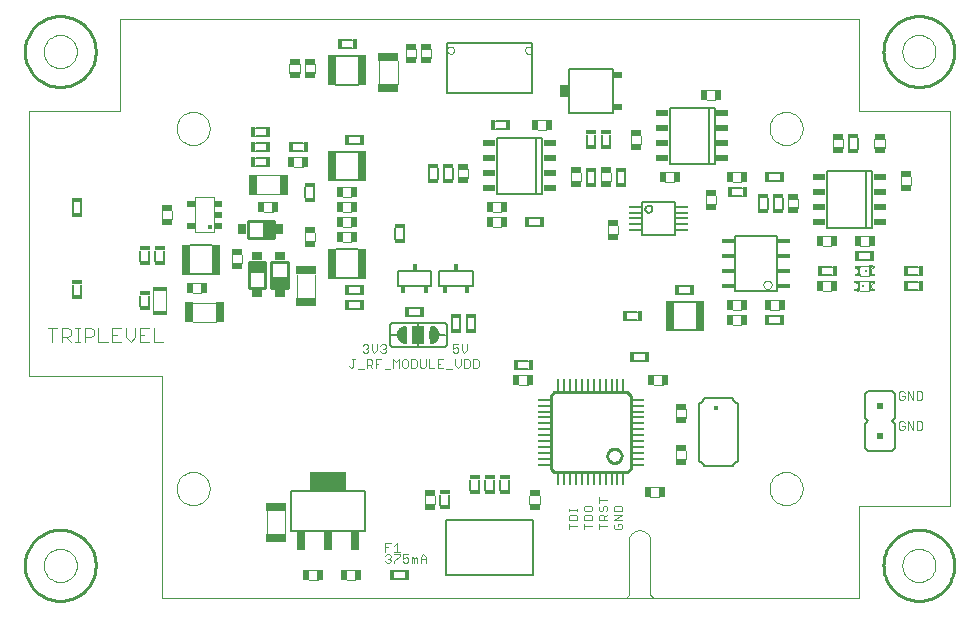
<source format=gto>
G75*
G70*
%OFA0B0*%
%FSLAX24Y24*%
%IPPOS*%
%LPD*%
%AMOC8*
5,1,8,0,0,1.08239X$1,22.5*
%
%ADD10C,0.0000*%
%ADD11C,0.0040*%
%ADD12C,0.0100*%
%ADD13R,0.0413X0.0079*%
%ADD14R,0.0079X0.0413*%
%ADD15R,0.0374X0.0197*%
%ADD16C,0.0060*%
%ADD17R,0.0160X0.0340*%
%ADD18R,0.0340X0.0160*%
%ADD19R,0.0197X0.0374*%
%ADD20C,0.0020*%
%ADD21R,0.0059X0.0079*%
%ADD22R,0.0020X0.0020*%
%ADD23R,0.0148X0.0020*%
%ADD24R,0.0118X0.0079*%
%ADD25R,0.0089X0.0354*%
%ADD26R,0.0197X0.0079*%
%ADD27R,0.0089X0.0217*%
%ADD28R,0.0039X0.0039*%
%ADD29R,0.0098X0.0098*%
%ADD30R,0.1200X0.0600*%
%ADD31R,0.0300X0.0600*%
%ADD32R,0.0669X0.0295*%
%ADD33R,0.0295X0.0669*%
%ADD34C,0.0080*%
%ADD35C,0.0143*%
%ADD36R,0.0472X0.0118*%
%ADD37C,0.0050*%
%ADD38C,0.0168*%
%ADD39R,0.0266X0.0197*%
%ADD40R,0.0295X0.0335*%
%ADD41R,0.0354X0.0531*%
%ADD42R,0.0335X0.0295*%
%ADD43R,0.0531X0.0354*%
%ADD44R,0.0295X0.1024*%
%ADD45R,0.0180X0.0230*%
%ADD46R,0.0400X0.0140*%
%ADD47R,0.0433X0.0193*%
%ADD48R,0.0394X0.0098*%
%ADD49R,0.0400X0.0600*%
%ADD50R,0.0240X0.0240*%
%ADD51R,0.0285X0.0217*%
%ADD52R,0.0276X0.0394*%
D10*
X000780Y001331D02*
X000782Y001378D01*
X000788Y001424D01*
X000798Y001470D01*
X000811Y001515D01*
X000829Y001558D01*
X000850Y001600D01*
X000874Y001640D01*
X000902Y001677D01*
X000933Y001712D01*
X000967Y001745D01*
X001003Y001774D01*
X001042Y001800D01*
X001083Y001823D01*
X001126Y001842D01*
X001170Y001858D01*
X001215Y001870D01*
X001261Y001878D01*
X001308Y001882D01*
X001354Y001882D01*
X001401Y001878D01*
X001447Y001870D01*
X001492Y001858D01*
X001536Y001842D01*
X001579Y001823D01*
X001620Y001800D01*
X001659Y001774D01*
X001695Y001745D01*
X001729Y001712D01*
X001760Y001677D01*
X001788Y001640D01*
X001812Y001600D01*
X001833Y001558D01*
X001851Y001515D01*
X001864Y001470D01*
X001874Y001424D01*
X001880Y001378D01*
X001882Y001331D01*
X001880Y001284D01*
X001874Y001238D01*
X001864Y001192D01*
X001851Y001147D01*
X001833Y001104D01*
X001812Y001062D01*
X001788Y001022D01*
X001760Y000985D01*
X001729Y000950D01*
X001695Y000917D01*
X001659Y000888D01*
X001620Y000862D01*
X001579Y000839D01*
X001536Y000820D01*
X001492Y000804D01*
X001447Y000792D01*
X001401Y000784D01*
X001354Y000780D01*
X001308Y000780D01*
X001261Y000784D01*
X001215Y000792D01*
X001170Y000804D01*
X001126Y000820D01*
X001083Y000839D01*
X001042Y000862D01*
X001003Y000888D01*
X000967Y000917D01*
X000933Y000950D01*
X000902Y000985D01*
X000874Y001022D01*
X000850Y001062D01*
X000829Y001104D01*
X000811Y001147D01*
X000798Y001192D01*
X000788Y001238D01*
X000782Y001284D01*
X000780Y001331D01*
X004717Y000248D02*
X004717Y007630D01*
X000288Y007630D01*
X000288Y016489D01*
X003339Y016489D01*
X003339Y019540D01*
X027945Y019540D01*
X027945Y016489D01*
X030996Y016489D01*
X030996Y003300D01*
X027945Y003300D01*
X027945Y000248D01*
X004717Y000248D01*
X005209Y003890D02*
X005211Y003937D01*
X005217Y003983D01*
X005227Y004029D01*
X005240Y004074D01*
X005258Y004117D01*
X005279Y004159D01*
X005303Y004199D01*
X005331Y004236D01*
X005362Y004271D01*
X005396Y004304D01*
X005432Y004333D01*
X005471Y004359D01*
X005512Y004382D01*
X005555Y004401D01*
X005599Y004417D01*
X005644Y004429D01*
X005690Y004437D01*
X005737Y004441D01*
X005783Y004441D01*
X005830Y004437D01*
X005876Y004429D01*
X005921Y004417D01*
X005965Y004401D01*
X006008Y004382D01*
X006049Y004359D01*
X006088Y004333D01*
X006124Y004304D01*
X006158Y004271D01*
X006189Y004236D01*
X006217Y004199D01*
X006241Y004159D01*
X006262Y004117D01*
X006280Y004074D01*
X006293Y004029D01*
X006303Y003983D01*
X006309Y003937D01*
X006311Y003890D01*
X006309Y003843D01*
X006303Y003797D01*
X006293Y003751D01*
X006280Y003706D01*
X006262Y003663D01*
X006241Y003621D01*
X006217Y003581D01*
X006189Y003544D01*
X006158Y003509D01*
X006124Y003476D01*
X006088Y003447D01*
X006049Y003421D01*
X006008Y003398D01*
X005965Y003379D01*
X005921Y003363D01*
X005876Y003351D01*
X005830Y003343D01*
X005783Y003339D01*
X005737Y003339D01*
X005690Y003343D01*
X005644Y003351D01*
X005599Y003363D01*
X005555Y003379D01*
X005512Y003398D01*
X005471Y003421D01*
X005432Y003447D01*
X005396Y003476D01*
X005362Y003509D01*
X005331Y003544D01*
X005303Y003581D01*
X005279Y003621D01*
X005258Y003663D01*
X005240Y003706D01*
X005227Y003751D01*
X005217Y003797D01*
X005211Y003843D01*
X005209Y003890D01*
X020275Y002135D02*
X020275Y000360D01*
X020242Y000310D01*
X020192Y000248D01*
X021092Y000248D01*
X021042Y000310D01*
X021005Y000360D01*
X021005Y002135D01*
X021003Y002172D01*
X020998Y002208D01*
X020988Y002244D01*
X020975Y002279D01*
X020959Y002312D01*
X020940Y002344D01*
X020917Y002373D01*
X020891Y002400D01*
X020863Y002424D01*
X020833Y002445D01*
X020801Y002463D01*
X020767Y002477D01*
X020731Y002488D01*
X020695Y002496D01*
X020658Y002500D01*
X020622Y002500D01*
X020585Y002496D01*
X020549Y002488D01*
X020513Y002477D01*
X020479Y002463D01*
X020447Y002445D01*
X020417Y002424D01*
X020389Y002400D01*
X020363Y002373D01*
X020340Y002344D01*
X020321Y002312D01*
X020305Y002279D01*
X020292Y002244D01*
X020282Y002208D01*
X020277Y002172D01*
X020275Y002135D01*
X024973Y003890D02*
X024975Y003937D01*
X024981Y003983D01*
X024991Y004029D01*
X025004Y004074D01*
X025022Y004117D01*
X025043Y004159D01*
X025067Y004199D01*
X025095Y004236D01*
X025126Y004271D01*
X025160Y004304D01*
X025196Y004333D01*
X025235Y004359D01*
X025276Y004382D01*
X025319Y004401D01*
X025363Y004417D01*
X025408Y004429D01*
X025454Y004437D01*
X025501Y004441D01*
X025547Y004441D01*
X025594Y004437D01*
X025640Y004429D01*
X025685Y004417D01*
X025729Y004401D01*
X025772Y004382D01*
X025813Y004359D01*
X025852Y004333D01*
X025888Y004304D01*
X025922Y004271D01*
X025953Y004236D01*
X025981Y004199D01*
X026005Y004159D01*
X026026Y004117D01*
X026044Y004074D01*
X026057Y004029D01*
X026067Y003983D01*
X026073Y003937D01*
X026075Y003890D01*
X026073Y003843D01*
X026067Y003797D01*
X026057Y003751D01*
X026044Y003706D01*
X026026Y003663D01*
X026005Y003621D01*
X025981Y003581D01*
X025953Y003544D01*
X025922Y003509D01*
X025888Y003476D01*
X025852Y003447D01*
X025813Y003421D01*
X025772Y003398D01*
X025729Y003379D01*
X025685Y003363D01*
X025640Y003351D01*
X025594Y003343D01*
X025547Y003339D01*
X025501Y003339D01*
X025454Y003343D01*
X025408Y003351D01*
X025363Y003363D01*
X025319Y003379D01*
X025276Y003398D01*
X025235Y003421D01*
X025196Y003447D01*
X025160Y003476D01*
X025126Y003509D01*
X025095Y003544D01*
X025067Y003581D01*
X025043Y003621D01*
X025022Y003663D01*
X025004Y003706D01*
X024991Y003751D01*
X024981Y003797D01*
X024975Y003843D01*
X024973Y003890D01*
X029402Y001331D02*
X029404Y001378D01*
X029410Y001424D01*
X029420Y001470D01*
X029433Y001515D01*
X029451Y001558D01*
X029472Y001600D01*
X029496Y001640D01*
X029524Y001677D01*
X029555Y001712D01*
X029589Y001745D01*
X029625Y001774D01*
X029664Y001800D01*
X029705Y001823D01*
X029748Y001842D01*
X029792Y001858D01*
X029837Y001870D01*
X029883Y001878D01*
X029930Y001882D01*
X029976Y001882D01*
X030023Y001878D01*
X030069Y001870D01*
X030114Y001858D01*
X030158Y001842D01*
X030201Y001823D01*
X030242Y001800D01*
X030281Y001774D01*
X030317Y001745D01*
X030351Y001712D01*
X030382Y001677D01*
X030410Y001640D01*
X030434Y001600D01*
X030455Y001558D01*
X030473Y001515D01*
X030486Y001470D01*
X030496Y001424D01*
X030502Y001378D01*
X030504Y001331D01*
X030502Y001284D01*
X030496Y001238D01*
X030486Y001192D01*
X030473Y001147D01*
X030455Y001104D01*
X030434Y001062D01*
X030410Y001022D01*
X030382Y000985D01*
X030351Y000950D01*
X030317Y000917D01*
X030281Y000888D01*
X030242Y000862D01*
X030201Y000839D01*
X030158Y000820D01*
X030114Y000804D01*
X030069Y000792D01*
X030023Y000784D01*
X029976Y000780D01*
X029930Y000780D01*
X029883Y000784D01*
X029837Y000792D01*
X029792Y000804D01*
X029748Y000820D01*
X029705Y000839D01*
X029664Y000862D01*
X029625Y000888D01*
X029589Y000917D01*
X029555Y000950D01*
X029524Y000985D01*
X029496Y001022D01*
X029472Y001062D01*
X029451Y001104D01*
X029433Y001147D01*
X029420Y001192D01*
X029410Y001238D01*
X029404Y001284D01*
X029402Y001331D01*
X024973Y015898D02*
X024975Y015945D01*
X024981Y015991D01*
X024991Y016037D01*
X025004Y016082D01*
X025022Y016125D01*
X025043Y016167D01*
X025067Y016207D01*
X025095Y016244D01*
X025126Y016279D01*
X025160Y016312D01*
X025196Y016341D01*
X025235Y016367D01*
X025276Y016390D01*
X025319Y016409D01*
X025363Y016425D01*
X025408Y016437D01*
X025454Y016445D01*
X025501Y016449D01*
X025547Y016449D01*
X025594Y016445D01*
X025640Y016437D01*
X025685Y016425D01*
X025729Y016409D01*
X025772Y016390D01*
X025813Y016367D01*
X025852Y016341D01*
X025888Y016312D01*
X025922Y016279D01*
X025953Y016244D01*
X025981Y016207D01*
X026005Y016167D01*
X026026Y016125D01*
X026044Y016082D01*
X026057Y016037D01*
X026067Y015991D01*
X026073Y015945D01*
X026075Y015898D01*
X026073Y015851D01*
X026067Y015805D01*
X026057Y015759D01*
X026044Y015714D01*
X026026Y015671D01*
X026005Y015629D01*
X025981Y015589D01*
X025953Y015552D01*
X025922Y015517D01*
X025888Y015484D01*
X025852Y015455D01*
X025813Y015429D01*
X025772Y015406D01*
X025729Y015387D01*
X025685Y015371D01*
X025640Y015359D01*
X025594Y015351D01*
X025547Y015347D01*
X025501Y015347D01*
X025454Y015351D01*
X025408Y015359D01*
X025363Y015371D01*
X025319Y015387D01*
X025276Y015406D01*
X025235Y015429D01*
X025196Y015455D01*
X025160Y015484D01*
X025126Y015517D01*
X025095Y015552D01*
X025067Y015589D01*
X025043Y015629D01*
X025022Y015671D01*
X025004Y015714D01*
X024991Y015759D01*
X024981Y015805D01*
X024975Y015851D01*
X024973Y015898D01*
X029402Y018457D02*
X029404Y018504D01*
X029410Y018550D01*
X029420Y018596D01*
X029433Y018641D01*
X029451Y018684D01*
X029472Y018726D01*
X029496Y018766D01*
X029524Y018803D01*
X029555Y018838D01*
X029589Y018871D01*
X029625Y018900D01*
X029664Y018926D01*
X029705Y018949D01*
X029748Y018968D01*
X029792Y018984D01*
X029837Y018996D01*
X029883Y019004D01*
X029930Y019008D01*
X029976Y019008D01*
X030023Y019004D01*
X030069Y018996D01*
X030114Y018984D01*
X030158Y018968D01*
X030201Y018949D01*
X030242Y018926D01*
X030281Y018900D01*
X030317Y018871D01*
X030351Y018838D01*
X030382Y018803D01*
X030410Y018766D01*
X030434Y018726D01*
X030455Y018684D01*
X030473Y018641D01*
X030486Y018596D01*
X030496Y018550D01*
X030502Y018504D01*
X030504Y018457D01*
X030502Y018410D01*
X030496Y018364D01*
X030486Y018318D01*
X030473Y018273D01*
X030455Y018230D01*
X030434Y018188D01*
X030410Y018148D01*
X030382Y018111D01*
X030351Y018076D01*
X030317Y018043D01*
X030281Y018014D01*
X030242Y017988D01*
X030201Y017965D01*
X030158Y017946D01*
X030114Y017930D01*
X030069Y017918D01*
X030023Y017910D01*
X029976Y017906D01*
X029930Y017906D01*
X029883Y017910D01*
X029837Y017918D01*
X029792Y017930D01*
X029748Y017946D01*
X029705Y017965D01*
X029664Y017988D01*
X029625Y018014D01*
X029589Y018043D01*
X029555Y018076D01*
X029524Y018111D01*
X029496Y018148D01*
X029472Y018188D01*
X029451Y018230D01*
X029433Y018273D01*
X029420Y018318D01*
X029410Y018364D01*
X029404Y018410D01*
X029402Y018457D01*
X016823Y018502D02*
X016825Y018523D01*
X016831Y018543D01*
X016840Y018563D01*
X016852Y018580D01*
X016867Y018594D01*
X016885Y018606D01*
X016905Y018614D01*
X016925Y018619D01*
X016946Y018620D01*
X016967Y018617D01*
X016987Y018611D01*
X017006Y018600D01*
X017023Y018587D01*
X017036Y018571D01*
X017047Y018553D01*
X017055Y018533D01*
X017059Y018513D01*
X017059Y018491D01*
X017055Y018471D01*
X017047Y018451D01*
X017036Y018433D01*
X017023Y018417D01*
X017006Y018404D01*
X016987Y018393D01*
X016967Y018387D01*
X016946Y018384D01*
X016925Y018385D01*
X016905Y018390D01*
X016885Y018398D01*
X016867Y018410D01*
X016852Y018424D01*
X016840Y018441D01*
X016831Y018461D01*
X016825Y018481D01*
X016823Y018502D01*
X014225Y018502D02*
X014227Y018523D01*
X014233Y018543D01*
X014242Y018563D01*
X014254Y018580D01*
X014269Y018594D01*
X014287Y018606D01*
X014307Y018614D01*
X014327Y018619D01*
X014348Y018620D01*
X014369Y018617D01*
X014389Y018611D01*
X014408Y018600D01*
X014425Y018587D01*
X014438Y018571D01*
X014449Y018553D01*
X014457Y018533D01*
X014461Y018513D01*
X014461Y018491D01*
X014457Y018471D01*
X014449Y018451D01*
X014438Y018433D01*
X014425Y018417D01*
X014408Y018404D01*
X014389Y018393D01*
X014369Y018387D01*
X014348Y018384D01*
X014327Y018385D01*
X014307Y018390D01*
X014287Y018398D01*
X014269Y018410D01*
X014254Y018424D01*
X014242Y018441D01*
X014233Y018461D01*
X014227Y018481D01*
X014225Y018502D01*
X005209Y015898D02*
X005211Y015945D01*
X005217Y015991D01*
X005227Y016037D01*
X005240Y016082D01*
X005258Y016125D01*
X005279Y016167D01*
X005303Y016207D01*
X005331Y016244D01*
X005362Y016279D01*
X005396Y016312D01*
X005432Y016341D01*
X005471Y016367D01*
X005512Y016390D01*
X005555Y016409D01*
X005599Y016425D01*
X005644Y016437D01*
X005690Y016445D01*
X005737Y016449D01*
X005783Y016449D01*
X005830Y016445D01*
X005876Y016437D01*
X005921Y016425D01*
X005965Y016409D01*
X006008Y016390D01*
X006049Y016367D01*
X006088Y016341D01*
X006124Y016312D01*
X006158Y016279D01*
X006189Y016244D01*
X006217Y016207D01*
X006241Y016167D01*
X006262Y016125D01*
X006280Y016082D01*
X006293Y016037D01*
X006303Y015991D01*
X006309Y015945D01*
X006311Y015898D01*
X006309Y015851D01*
X006303Y015805D01*
X006293Y015759D01*
X006280Y015714D01*
X006262Y015671D01*
X006241Y015629D01*
X006217Y015589D01*
X006189Y015552D01*
X006158Y015517D01*
X006124Y015484D01*
X006088Y015455D01*
X006049Y015429D01*
X006008Y015406D01*
X005965Y015387D01*
X005921Y015371D01*
X005876Y015359D01*
X005830Y015351D01*
X005783Y015347D01*
X005737Y015347D01*
X005690Y015351D01*
X005644Y015359D01*
X005599Y015371D01*
X005555Y015387D01*
X005512Y015406D01*
X005471Y015429D01*
X005432Y015455D01*
X005396Y015484D01*
X005362Y015517D01*
X005331Y015552D01*
X005303Y015589D01*
X005279Y015629D01*
X005258Y015671D01*
X005240Y015714D01*
X005227Y015759D01*
X005217Y015805D01*
X005211Y015851D01*
X005209Y015898D01*
X000780Y018457D02*
X000782Y018504D01*
X000788Y018550D01*
X000798Y018596D01*
X000811Y018641D01*
X000829Y018684D01*
X000850Y018726D01*
X000874Y018766D01*
X000902Y018803D01*
X000933Y018838D01*
X000967Y018871D01*
X001003Y018900D01*
X001042Y018926D01*
X001083Y018949D01*
X001126Y018968D01*
X001170Y018984D01*
X001215Y018996D01*
X001261Y019004D01*
X001308Y019008D01*
X001354Y019008D01*
X001401Y019004D01*
X001447Y018996D01*
X001492Y018984D01*
X001536Y018968D01*
X001579Y018949D01*
X001620Y018926D01*
X001659Y018900D01*
X001695Y018871D01*
X001729Y018838D01*
X001760Y018803D01*
X001788Y018766D01*
X001812Y018726D01*
X001833Y018684D01*
X001851Y018641D01*
X001864Y018596D01*
X001874Y018550D01*
X001880Y018504D01*
X001882Y018457D01*
X001880Y018410D01*
X001874Y018364D01*
X001864Y018318D01*
X001851Y018273D01*
X001833Y018230D01*
X001812Y018188D01*
X001788Y018148D01*
X001760Y018111D01*
X001729Y018076D01*
X001695Y018043D01*
X001659Y018014D01*
X001620Y017988D01*
X001579Y017965D01*
X001536Y017946D01*
X001492Y017930D01*
X001447Y017918D01*
X001401Y017910D01*
X001354Y017906D01*
X001308Y017906D01*
X001261Y017910D01*
X001215Y017918D01*
X001170Y017930D01*
X001126Y017946D01*
X001083Y017965D01*
X001042Y017988D01*
X001003Y018014D01*
X000967Y018043D01*
X000933Y018076D01*
X000902Y018111D01*
X000874Y018148D01*
X000850Y018188D01*
X000829Y018230D01*
X000811Y018273D01*
X000798Y018318D01*
X000788Y018364D01*
X000782Y018410D01*
X000780Y018457D01*
D11*
X007887Y014329D02*
X008647Y014329D01*
X009127Y014599D02*
X009407Y014599D01*
X009407Y014934D02*
X009127Y014934D01*
X010752Y013934D02*
X011032Y013934D01*
X011032Y013599D02*
X010752Y013599D01*
X010752Y013434D02*
X011032Y013434D01*
X011032Y013099D02*
X010752Y013099D01*
X010752Y012934D02*
X011032Y012934D01*
X011032Y012599D02*
X010752Y012599D01*
X010752Y012434D02*
X011032Y012434D01*
X011032Y012099D02*
X010752Y012099D01*
X009812Y012129D02*
X009812Y012409D01*
X009477Y012409D02*
X009477Y012129D01*
X008407Y013099D02*
X008127Y013099D01*
X008127Y013434D02*
X008407Y013434D01*
X008647Y013709D02*
X007887Y013709D01*
X006457Y013610D02*
X006457Y012429D01*
X005827Y012429D01*
X005827Y013610D01*
X006457Y013610D01*
X005057Y013159D02*
X005057Y012879D01*
X004722Y012879D02*
X004722Y013159D01*
X007053Y011682D02*
X007053Y011401D01*
X007388Y011401D02*
X007388Y011682D01*
X006032Y010750D02*
X005752Y010750D01*
X005752Y010415D02*
X006032Y010415D01*
X005762Y010079D02*
X006522Y010079D01*
X006522Y009459D02*
X005762Y009459D01*
X004860Y009804D02*
X004860Y010484D01*
X004430Y010484D02*
X004430Y009804D01*
X004442Y009249D02*
X004442Y008789D01*
X004749Y008789D01*
X004288Y008789D02*
X003981Y008789D01*
X003981Y009249D01*
X004288Y009249D01*
X004135Y009019D02*
X003981Y009019D01*
X003828Y008943D02*
X003828Y009249D01*
X003828Y008943D02*
X003674Y008789D01*
X003521Y008943D01*
X003521Y009249D01*
X003368Y009249D02*
X003061Y009249D01*
X003061Y008789D01*
X003368Y008789D01*
X003214Y009019D02*
X003061Y009019D01*
X002907Y008789D02*
X002600Y008789D01*
X002600Y009249D01*
X002447Y009173D02*
X002447Y009019D01*
X002370Y008943D01*
X002140Y008943D01*
X002140Y008789D02*
X002140Y009249D01*
X002370Y009249D01*
X002447Y009173D01*
X001986Y009249D02*
X001833Y009249D01*
X001910Y009249D02*
X001910Y008789D01*
X001986Y008789D02*
X001833Y008789D01*
X001679Y008789D02*
X001526Y008943D01*
X001603Y008943D02*
X001373Y008943D01*
X001373Y008789D02*
X001373Y009249D01*
X001603Y009249D01*
X001679Y009173D01*
X001679Y009019D01*
X001603Y008943D01*
X001219Y009249D02*
X000912Y009249D01*
X001066Y009249D02*
X001066Y008789D01*
X009207Y010264D02*
X009207Y011024D01*
X009827Y011024D02*
X009827Y010264D01*
X011412Y008648D02*
X011459Y008694D01*
X011552Y008694D01*
X011599Y008648D01*
X011599Y008601D01*
X011552Y008554D01*
X011599Y008508D01*
X011599Y008461D01*
X011552Y008414D01*
X011459Y008414D01*
X011412Y008461D01*
X011506Y008554D02*
X011552Y008554D01*
X011707Y008508D02*
X011800Y008414D01*
X011894Y008508D01*
X011894Y008694D01*
X012001Y008648D02*
X012048Y008694D01*
X012142Y008694D01*
X012188Y008648D01*
X012188Y008601D01*
X012142Y008554D01*
X012188Y008508D01*
X012188Y008461D01*
X012142Y008414D01*
X012048Y008414D01*
X012001Y008461D01*
X012095Y008554D02*
X012142Y008554D01*
X011707Y008508D02*
X011707Y008694D01*
X011692Y008194D02*
X011551Y008194D01*
X011551Y007914D01*
X011551Y008008D02*
X011692Y008008D01*
X011738Y008054D01*
X011738Y008148D01*
X011692Y008194D01*
X011846Y008194D02*
X012033Y008194D01*
X011939Y008054D02*
X011846Y008054D01*
X011846Y007914D02*
X011846Y008194D01*
X011645Y008008D02*
X011738Y007914D01*
X011444Y007867D02*
X011257Y007867D01*
X011102Y007961D02*
X011056Y007914D01*
X011009Y007914D01*
X010962Y007961D01*
X011102Y007961D02*
X011102Y008194D01*
X011056Y008194D02*
X011149Y008194D01*
X012141Y007867D02*
X012328Y007867D01*
X012435Y007914D02*
X012435Y008194D01*
X012529Y008101D01*
X012622Y008194D01*
X012622Y007914D01*
X012730Y007961D02*
X012777Y007914D01*
X012870Y007914D01*
X012917Y007961D01*
X012917Y008148D01*
X012870Y008194D01*
X012777Y008194D01*
X012730Y008148D01*
X012730Y007961D01*
X013025Y007914D02*
X013165Y007914D01*
X013212Y007961D01*
X013212Y008148D01*
X013165Y008194D01*
X013025Y008194D01*
X013025Y007914D01*
X013319Y007961D02*
X013366Y007914D01*
X013459Y007914D01*
X013506Y007961D01*
X013506Y008194D01*
X013614Y008194D02*
X013614Y007914D01*
X013801Y007914D01*
X013909Y007914D02*
X014095Y007914D01*
X014203Y007867D02*
X014390Y007867D01*
X014498Y008008D02*
X014591Y007914D01*
X014685Y008008D01*
X014685Y008194D01*
X014793Y008194D02*
X014933Y008194D01*
X014979Y008148D01*
X014979Y007961D01*
X014933Y007914D01*
X014793Y007914D01*
X014793Y008194D01*
X014800Y008414D02*
X014894Y008508D01*
X014894Y008694D01*
X014707Y008694D02*
X014707Y008508D01*
X014800Y008414D01*
X014599Y008461D02*
X014599Y008554D01*
X014552Y008601D01*
X014506Y008601D01*
X014412Y008554D01*
X014412Y008694D01*
X014599Y008694D01*
X014599Y008461D02*
X014552Y008414D01*
X014459Y008414D01*
X014412Y008461D01*
X014498Y008194D02*
X014498Y008008D01*
X014095Y008194D02*
X013909Y008194D01*
X013909Y007914D01*
X013909Y008054D02*
X014002Y008054D01*
X013319Y007961D02*
X013319Y008194D01*
X015087Y008194D02*
X015087Y007914D01*
X015227Y007914D01*
X015274Y007961D01*
X015274Y008148D01*
X015227Y008194D01*
X015087Y008194D01*
X016627Y007689D02*
X016907Y007689D01*
X016907Y007354D02*
X016627Y007354D01*
X021127Y007349D02*
X021407Y007349D01*
X021407Y007684D02*
X021127Y007684D01*
X021852Y006534D02*
X021852Y006254D01*
X022187Y006254D02*
X022187Y006534D01*
X022182Y005159D02*
X022182Y004879D01*
X021847Y004879D02*
X021847Y005159D01*
X021282Y003934D02*
X021002Y003934D01*
X021002Y003599D02*
X021282Y003599D01*
X020060Y003269D02*
X020060Y003128D01*
X019779Y003128D01*
X019779Y003269D01*
X019826Y003315D01*
X020013Y003315D01*
X020060Y003269D01*
X020060Y003021D02*
X019779Y003021D01*
X019779Y002834D02*
X020060Y003021D01*
X020060Y002834D02*
X019779Y002834D01*
X019826Y002726D02*
X019779Y002679D01*
X019779Y002586D01*
X019826Y002539D01*
X020013Y002539D01*
X020060Y002586D01*
X020060Y002679D01*
X020013Y002726D01*
X019920Y002726D01*
X019920Y002633D01*
X019560Y002633D02*
X019279Y002633D01*
X019279Y002726D02*
X019279Y002539D01*
X019060Y002633D02*
X018779Y002633D01*
X018779Y002726D02*
X018779Y002539D01*
X018560Y002633D02*
X018279Y002633D01*
X018279Y002726D02*
X018279Y002539D01*
X018279Y002834D02*
X018279Y002974D01*
X018326Y003021D01*
X018513Y003021D01*
X018560Y002974D01*
X018560Y002834D01*
X018279Y002834D01*
X018279Y003128D02*
X018279Y003222D01*
X018279Y003175D02*
X018560Y003175D01*
X018560Y003128D02*
X018560Y003222D01*
X018779Y003269D02*
X018826Y003315D01*
X019013Y003315D01*
X019060Y003269D01*
X019060Y003175D01*
X019013Y003128D01*
X018826Y003128D01*
X018779Y003175D01*
X018779Y003269D01*
X018826Y003021D02*
X018779Y002974D01*
X018779Y002834D01*
X019060Y002834D01*
X019060Y002974D01*
X019013Y003021D01*
X018826Y003021D01*
X019279Y002974D02*
X019279Y002834D01*
X019560Y002834D01*
X019466Y002834D02*
X019466Y002974D01*
X019420Y003021D01*
X019326Y003021D01*
X019279Y002974D01*
X019326Y003128D02*
X019373Y003128D01*
X019420Y003175D01*
X019420Y003269D01*
X019466Y003315D01*
X019513Y003315D01*
X019560Y003269D01*
X019560Y003175D01*
X019513Y003128D01*
X019560Y003021D02*
X019466Y002927D01*
X019326Y003128D02*
X019279Y003175D01*
X019279Y003269D01*
X019326Y003315D01*
X019279Y003423D02*
X019279Y003610D01*
X019279Y003516D02*
X019560Y003516D01*
X017307Y003379D02*
X017307Y003659D01*
X016972Y003659D02*
X016972Y003379D01*
X013812Y003379D02*
X013812Y003659D01*
X013477Y003659D02*
X013477Y003379D01*
X012550Y002069D02*
X012550Y001789D01*
X012457Y001789D02*
X012644Y001789D01*
X012644Y001694D02*
X012457Y001694D01*
X012349Y001648D02*
X012349Y001601D01*
X012302Y001554D01*
X012349Y001508D01*
X012349Y001461D01*
X012302Y001414D01*
X012209Y001414D01*
X012162Y001461D01*
X012256Y001554D02*
X012302Y001554D01*
X012349Y001648D02*
X012302Y001694D01*
X012209Y001694D01*
X012162Y001648D01*
X012162Y001789D02*
X012162Y002069D01*
X012349Y002069D01*
X012457Y001976D02*
X012550Y002069D01*
X012256Y001929D02*
X012162Y001929D01*
X012644Y001694D02*
X012644Y001648D01*
X012457Y001461D01*
X012457Y001414D01*
X012751Y001461D02*
X012798Y001414D01*
X012892Y001414D01*
X012938Y001461D01*
X012938Y001554D01*
X012892Y001601D01*
X012845Y001601D01*
X012751Y001554D01*
X012751Y001694D01*
X012938Y001694D01*
X013046Y001601D02*
X013093Y001601D01*
X013139Y001554D01*
X013186Y001601D01*
X013233Y001554D01*
X013233Y001414D01*
X013139Y001414D02*
X013139Y001554D01*
X013046Y001601D02*
X013046Y001414D01*
X013341Y001414D02*
X013341Y001601D01*
X013434Y001694D01*
X013528Y001601D01*
X013528Y001414D01*
X013528Y001554D02*
X013341Y001554D01*
X011157Y001184D02*
X010877Y001184D01*
X010877Y000849D02*
X011157Y000849D01*
X009907Y000849D02*
X009627Y000849D01*
X009627Y001184D02*
X009907Y001184D01*
X008827Y002389D02*
X008827Y003149D01*
X008207Y003149D02*
X008207Y002389D01*
X023752Y009354D02*
X024032Y009354D01*
X024032Y009689D02*
X023752Y009689D01*
X023752Y009854D02*
X024032Y009854D01*
X024032Y010189D02*
X023752Y010189D01*
X025002Y010184D02*
X025282Y010184D01*
X025282Y009849D02*
X025002Y009849D01*
X026752Y010479D02*
X027032Y010479D01*
X027032Y010814D02*
X026752Y010814D01*
X027827Y010763D02*
X027848Y010759D01*
X027867Y010752D01*
X027885Y010742D01*
X027901Y010728D01*
X027914Y010712D01*
X027925Y010694D01*
X027932Y010675D01*
X027936Y010654D01*
X027936Y010634D01*
X027932Y010613D01*
X027925Y010594D01*
X027914Y010576D01*
X027901Y010560D01*
X027885Y010546D01*
X027867Y010536D01*
X027848Y010529D01*
X027827Y010525D01*
X027994Y010487D02*
X028280Y010487D01*
X028280Y010802D02*
X028004Y010802D01*
X028004Y010987D02*
X028280Y010987D01*
X028457Y011025D02*
X028436Y011029D01*
X028417Y011036D01*
X028399Y011046D01*
X028383Y011060D01*
X028370Y011076D01*
X028359Y011094D01*
X028352Y011113D01*
X028348Y011134D01*
X028348Y011154D01*
X028352Y011175D01*
X028359Y011194D01*
X028370Y011212D01*
X028383Y011228D01*
X028399Y011242D01*
X028417Y011252D01*
X028436Y011259D01*
X028457Y011263D01*
X028290Y011302D02*
X028004Y011302D01*
X028002Y011974D02*
X028282Y011974D01*
X028282Y012309D02*
X028002Y012309D01*
X027032Y012309D02*
X026752Y012309D01*
X026752Y011974D02*
X027032Y011974D01*
X025937Y013254D02*
X025937Y013534D01*
X025602Y013534D02*
X025602Y013254D01*
X024032Y014099D02*
X023752Y014099D01*
X023752Y014434D02*
X024032Y014434D01*
X023182Y013659D02*
X023182Y013379D01*
X022847Y013379D02*
X022847Y013659D01*
X021782Y014099D02*
X021502Y014099D01*
X021502Y014434D02*
X021782Y014434D01*
X020687Y015379D02*
X020687Y015659D01*
X020352Y015659D02*
X020352Y015379D01*
X019682Y014409D02*
X019682Y014129D01*
X019347Y014129D02*
X019347Y014409D01*
X018687Y014409D02*
X018687Y014129D01*
X018352Y014129D02*
X018352Y014409D01*
X016032Y013434D02*
X015752Y013434D01*
X015752Y013099D02*
X016032Y013099D01*
X016032Y012939D02*
X015752Y012939D01*
X015752Y012604D02*
X016032Y012604D01*
X014937Y014254D02*
X014937Y014534D01*
X014602Y014534D02*
X014602Y014254D01*
X017252Y015849D02*
X017532Y015849D01*
X017532Y016184D02*
X017252Y016184D01*
X013682Y018254D02*
X013682Y018534D01*
X013347Y018534D02*
X013347Y018254D01*
X013187Y018254D02*
X013187Y018534D01*
X012852Y018534D02*
X012852Y018254D01*
X012577Y018149D02*
X012577Y017389D01*
X011957Y017389D02*
X011957Y018149D01*
X009812Y018034D02*
X009812Y017754D01*
X009477Y017754D02*
X009477Y018034D01*
X009307Y018034D02*
X009307Y017754D01*
X008972Y017754D02*
X008972Y018034D01*
X019597Y012659D02*
X019597Y012379D01*
X019932Y012379D02*
X019932Y012659D01*
X022877Y016849D02*
X023157Y016849D01*
X023157Y017184D02*
X022877Y017184D01*
X027097Y015534D02*
X027097Y015254D01*
X027432Y015254D02*
X027432Y015534D01*
X028472Y015534D02*
X028472Y015254D01*
X028807Y015254D02*
X028807Y015534D01*
X029347Y014284D02*
X029347Y014004D01*
X029682Y014004D02*
X029682Y014284D01*
X029769Y007132D02*
X029769Y006852D01*
X029582Y007132D01*
X029582Y006852D01*
X029474Y006898D02*
X029474Y006992D01*
X029381Y006992D01*
X029474Y007085D02*
X029427Y007132D01*
X029334Y007132D01*
X029287Y007085D01*
X029287Y006898D01*
X029334Y006852D01*
X029427Y006852D01*
X029474Y006898D01*
X029876Y006852D02*
X030017Y006852D01*
X030063Y006898D01*
X030063Y007085D01*
X030017Y007132D01*
X029876Y007132D01*
X029876Y006852D01*
X029876Y006132D02*
X030017Y006132D01*
X030063Y006085D01*
X030063Y005898D01*
X030017Y005852D01*
X029876Y005852D01*
X029876Y006132D01*
X029769Y006132D02*
X029769Y005852D01*
X029582Y006132D01*
X029582Y005852D01*
X029474Y005898D02*
X029474Y005992D01*
X029381Y005992D01*
X029474Y006085D02*
X029427Y006132D01*
X029334Y006132D01*
X029287Y006085D01*
X029287Y005898D01*
X029334Y005852D01*
X029427Y005852D01*
X029474Y005898D01*
D12*
X000150Y001331D02*
X000152Y001400D01*
X000158Y001468D01*
X000168Y001536D01*
X000182Y001603D01*
X000200Y001670D01*
X000221Y001735D01*
X000247Y001799D01*
X000276Y001861D01*
X000308Y001921D01*
X000344Y001980D01*
X000384Y002036D01*
X000426Y002090D01*
X000472Y002141D01*
X000521Y002190D01*
X000572Y002236D01*
X000626Y002278D01*
X000682Y002318D01*
X000740Y002354D01*
X000801Y002386D01*
X000863Y002415D01*
X000927Y002441D01*
X000992Y002462D01*
X001059Y002480D01*
X001126Y002494D01*
X001194Y002504D01*
X001262Y002510D01*
X001331Y002512D01*
X001400Y002510D01*
X001468Y002504D01*
X001536Y002494D01*
X001603Y002480D01*
X001670Y002462D01*
X001735Y002441D01*
X001799Y002415D01*
X001861Y002386D01*
X001921Y002354D01*
X001980Y002318D01*
X002036Y002278D01*
X002090Y002236D01*
X002141Y002190D01*
X002190Y002141D01*
X002236Y002090D01*
X002278Y002036D01*
X002318Y001980D01*
X002354Y001921D01*
X002386Y001861D01*
X002415Y001799D01*
X002441Y001735D01*
X002462Y001670D01*
X002480Y001603D01*
X002494Y001536D01*
X002504Y001468D01*
X002510Y001400D01*
X002512Y001331D01*
X002510Y001262D01*
X002504Y001194D01*
X002494Y001126D01*
X002480Y001059D01*
X002462Y000992D01*
X002441Y000927D01*
X002415Y000863D01*
X002386Y000801D01*
X002354Y000740D01*
X002318Y000682D01*
X002278Y000626D01*
X002236Y000572D01*
X002190Y000521D01*
X002141Y000472D01*
X002090Y000426D01*
X002036Y000384D01*
X001980Y000344D01*
X001922Y000308D01*
X001861Y000276D01*
X001799Y000247D01*
X001735Y000221D01*
X001670Y000200D01*
X001603Y000182D01*
X001536Y000168D01*
X001468Y000158D01*
X001400Y000152D01*
X001331Y000150D01*
X001262Y000152D01*
X001194Y000158D01*
X001126Y000168D01*
X001059Y000182D01*
X000992Y000200D01*
X000927Y000221D01*
X000863Y000247D01*
X000801Y000276D01*
X000740Y000308D01*
X000682Y000344D01*
X000626Y000384D01*
X000572Y000426D01*
X000521Y000472D01*
X000472Y000521D01*
X000426Y000572D01*
X000384Y000626D01*
X000344Y000682D01*
X000308Y000740D01*
X000276Y000801D01*
X000247Y000863D01*
X000221Y000927D01*
X000200Y000992D01*
X000182Y001059D01*
X000168Y001126D01*
X000158Y001194D01*
X000152Y001262D01*
X000150Y001331D01*
X007617Y010586D02*
X007617Y011452D01*
X008168Y011452D01*
X008168Y010586D01*
X007617Y010586D01*
X008367Y010586D02*
X008918Y010586D01*
X008918Y011452D01*
X008367Y011452D01*
X008367Y010586D01*
X008450Y012244D02*
X007584Y012244D01*
X007584Y012795D01*
X008450Y012795D01*
X008450Y012244D01*
X017688Y006990D02*
X017797Y007098D01*
X020238Y007098D01*
X020346Y006990D01*
X020346Y004549D01*
X020238Y004440D01*
X017797Y004440D01*
X017688Y004549D01*
X017688Y006990D01*
X019569Y004982D02*
X019571Y005012D01*
X019577Y005042D01*
X019586Y005071D01*
X019599Y005098D01*
X019616Y005123D01*
X019635Y005146D01*
X019658Y005167D01*
X019683Y005184D01*
X019709Y005198D01*
X019738Y005208D01*
X019767Y005215D01*
X019797Y005218D01*
X019828Y005217D01*
X019858Y005212D01*
X019887Y005203D01*
X019914Y005191D01*
X019940Y005176D01*
X019964Y005157D01*
X019985Y005135D01*
X020003Y005111D01*
X020018Y005084D01*
X020029Y005056D01*
X020037Y005027D01*
X020041Y004997D01*
X020041Y004967D01*
X020037Y004937D01*
X020029Y004908D01*
X020018Y004880D01*
X020003Y004853D01*
X019985Y004829D01*
X019964Y004807D01*
X019940Y004788D01*
X019914Y004773D01*
X019887Y004761D01*
X019858Y004752D01*
X019828Y004747D01*
X019797Y004746D01*
X019767Y004749D01*
X019738Y004756D01*
X019709Y004766D01*
X019683Y004780D01*
X019658Y004797D01*
X019635Y004818D01*
X019616Y004841D01*
X019599Y004866D01*
X019586Y004893D01*
X019577Y004922D01*
X019571Y004952D01*
X019569Y004982D01*
X028772Y001331D02*
X028774Y001400D01*
X028780Y001468D01*
X028790Y001536D01*
X028804Y001603D01*
X028822Y001670D01*
X028843Y001735D01*
X028869Y001799D01*
X028898Y001861D01*
X028930Y001921D01*
X028966Y001980D01*
X029006Y002036D01*
X029048Y002090D01*
X029094Y002141D01*
X029143Y002190D01*
X029194Y002236D01*
X029248Y002278D01*
X029304Y002318D01*
X029362Y002354D01*
X029423Y002386D01*
X029485Y002415D01*
X029549Y002441D01*
X029614Y002462D01*
X029681Y002480D01*
X029748Y002494D01*
X029816Y002504D01*
X029884Y002510D01*
X029953Y002512D01*
X030022Y002510D01*
X030090Y002504D01*
X030158Y002494D01*
X030225Y002480D01*
X030292Y002462D01*
X030357Y002441D01*
X030421Y002415D01*
X030483Y002386D01*
X030543Y002354D01*
X030602Y002318D01*
X030658Y002278D01*
X030712Y002236D01*
X030763Y002190D01*
X030812Y002141D01*
X030858Y002090D01*
X030900Y002036D01*
X030940Y001980D01*
X030976Y001921D01*
X031008Y001861D01*
X031037Y001799D01*
X031063Y001735D01*
X031084Y001670D01*
X031102Y001603D01*
X031116Y001536D01*
X031126Y001468D01*
X031132Y001400D01*
X031134Y001331D01*
X031132Y001262D01*
X031126Y001194D01*
X031116Y001126D01*
X031102Y001059D01*
X031084Y000992D01*
X031063Y000927D01*
X031037Y000863D01*
X031008Y000801D01*
X030976Y000740D01*
X030940Y000682D01*
X030900Y000626D01*
X030858Y000572D01*
X030812Y000521D01*
X030763Y000472D01*
X030712Y000426D01*
X030658Y000384D01*
X030602Y000344D01*
X030544Y000308D01*
X030483Y000276D01*
X030421Y000247D01*
X030357Y000221D01*
X030292Y000200D01*
X030225Y000182D01*
X030158Y000168D01*
X030090Y000158D01*
X030022Y000152D01*
X029953Y000150D01*
X029884Y000152D01*
X029816Y000158D01*
X029748Y000168D01*
X029681Y000182D01*
X029614Y000200D01*
X029549Y000221D01*
X029485Y000247D01*
X029423Y000276D01*
X029362Y000308D01*
X029304Y000344D01*
X029248Y000384D01*
X029194Y000426D01*
X029143Y000472D01*
X029094Y000521D01*
X029048Y000572D01*
X029006Y000626D01*
X028966Y000682D01*
X028930Y000740D01*
X028898Y000801D01*
X028869Y000863D01*
X028843Y000927D01*
X028822Y000992D01*
X028804Y001059D01*
X028790Y001126D01*
X028780Y001194D01*
X028774Y001262D01*
X028772Y001331D01*
X028772Y018457D02*
X028774Y018526D01*
X028780Y018594D01*
X028790Y018662D01*
X028804Y018729D01*
X028822Y018796D01*
X028843Y018861D01*
X028869Y018925D01*
X028898Y018987D01*
X028930Y019047D01*
X028966Y019106D01*
X029006Y019162D01*
X029048Y019216D01*
X029094Y019267D01*
X029143Y019316D01*
X029194Y019362D01*
X029248Y019404D01*
X029304Y019444D01*
X029362Y019480D01*
X029423Y019512D01*
X029485Y019541D01*
X029549Y019567D01*
X029614Y019588D01*
X029681Y019606D01*
X029748Y019620D01*
X029816Y019630D01*
X029884Y019636D01*
X029953Y019638D01*
X030022Y019636D01*
X030090Y019630D01*
X030158Y019620D01*
X030225Y019606D01*
X030292Y019588D01*
X030357Y019567D01*
X030421Y019541D01*
X030483Y019512D01*
X030543Y019480D01*
X030602Y019444D01*
X030658Y019404D01*
X030712Y019362D01*
X030763Y019316D01*
X030812Y019267D01*
X030858Y019216D01*
X030900Y019162D01*
X030940Y019106D01*
X030976Y019047D01*
X031008Y018987D01*
X031037Y018925D01*
X031063Y018861D01*
X031084Y018796D01*
X031102Y018729D01*
X031116Y018662D01*
X031126Y018594D01*
X031132Y018526D01*
X031134Y018457D01*
X031132Y018388D01*
X031126Y018320D01*
X031116Y018252D01*
X031102Y018185D01*
X031084Y018118D01*
X031063Y018053D01*
X031037Y017989D01*
X031008Y017927D01*
X030976Y017866D01*
X030940Y017808D01*
X030900Y017752D01*
X030858Y017698D01*
X030812Y017647D01*
X030763Y017598D01*
X030712Y017552D01*
X030658Y017510D01*
X030602Y017470D01*
X030544Y017434D01*
X030483Y017402D01*
X030421Y017373D01*
X030357Y017347D01*
X030292Y017326D01*
X030225Y017308D01*
X030158Y017294D01*
X030090Y017284D01*
X030022Y017278D01*
X029953Y017276D01*
X029884Y017278D01*
X029816Y017284D01*
X029748Y017294D01*
X029681Y017308D01*
X029614Y017326D01*
X029549Y017347D01*
X029485Y017373D01*
X029423Y017402D01*
X029362Y017434D01*
X029304Y017470D01*
X029248Y017510D01*
X029194Y017552D01*
X029143Y017598D01*
X029094Y017647D01*
X029048Y017698D01*
X029006Y017752D01*
X028966Y017808D01*
X028930Y017866D01*
X028898Y017927D01*
X028869Y017989D01*
X028843Y018053D01*
X028822Y018118D01*
X028804Y018185D01*
X028790Y018252D01*
X028780Y018320D01*
X028774Y018388D01*
X028772Y018457D01*
X000150Y018457D02*
X000152Y018526D01*
X000158Y018594D01*
X000168Y018662D01*
X000182Y018729D01*
X000200Y018796D01*
X000221Y018861D01*
X000247Y018925D01*
X000276Y018987D01*
X000308Y019047D01*
X000344Y019106D01*
X000384Y019162D01*
X000426Y019216D01*
X000472Y019267D01*
X000521Y019316D01*
X000572Y019362D01*
X000626Y019404D01*
X000682Y019444D01*
X000740Y019480D01*
X000801Y019512D01*
X000863Y019541D01*
X000927Y019567D01*
X000992Y019588D01*
X001059Y019606D01*
X001126Y019620D01*
X001194Y019630D01*
X001262Y019636D01*
X001331Y019638D01*
X001400Y019636D01*
X001468Y019630D01*
X001536Y019620D01*
X001603Y019606D01*
X001670Y019588D01*
X001735Y019567D01*
X001799Y019541D01*
X001861Y019512D01*
X001921Y019480D01*
X001980Y019444D01*
X002036Y019404D01*
X002090Y019362D01*
X002141Y019316D01*
X002190Y019267D01*
X002236Y019216D01*
X002278Y019162D01*
X002318Y019106D01*
X002354Y019047D01*
X002386Y018987D01*
X002415Y018925D01*
X002441Y018861D01*
X002462Y018796D01*
X002480Y018729D01*
X002494Y018662D01*
X002504Y018594D01*
X002510Y018526D01*
X002512Y018457D01*
X002510Y018388D01*
X002504Y018320D01*
X002494Y018252D01*
X002480Y018185D01*
X002462Y018118D01*
X002441Y018053D01*
X002415Y017989D01*
X002386Y017927D01*
X002354Y017866D01*
X002318Y017808D01*
X002278Y017752D01*
X002236Y017698D01*
X002190Y017647D01*
X002141Y017598D01*
X002090Y017552D01*
X002036Y017510D01*
X001980Y017470D01*
X001922Y017434D01*
X001861Y017402D01*
X001799Y017373D01*
X001735Y017347D01*
X001670Y017326D01*
X001603Y017308D01*
X001536Y017294D01*
X001468Y017284D01*
X001400Y017278D01*
X001331Y017276D01*
X001262Y017278D01*
X001194Y017284D01*
X001126Y017294D01*
X001059Y017308D01*
X000992Y017326D01*
X000927Y017347D01*
X000863Y017373D01*
X000801Y017402D01*
X000740Y017434D01*
X000682Y017470D01*
X000626Y017510D01*
X000572Y017552D01*
X000521Y017598D01*
X000472Y017647D01*
X000426Y017698D01*
X000384Y017752D01*
X000344Y017808D01*
X000308Y017866D01*
X000276Y017927D01*
X000247Y017989D01*
X000221Y018053D01*
X000200Y018118D01*
X000182Y018185D01*
X000168Y018252D01*
X000158Y018320D01*
X000152Y018388D01*
X000150Y018457D01*
D13*
X017452Y006852D03*
X017452Y006655D03*
X017452Y006458D03*
X017452Y006261D03*
X017452Y006064D03*
X017452Y005868D03*
X017452Y005671D03*
X017452Y005474D03*
X017452Y005277D03*
X017452Y005080D03*
X017452Y004883D03*
X017452Y004686D03*
X020582Y004686D03*
X020582Y004883D03*
X020582Y005080D03*
X020582Y005277D03*
X020582Y005474D03*
X020582Y005671D03*
X020582Y005868D03*
X020582Y006064D03*
X020582Y006261D03*
X020582Y006458D03*
X020582Y006655D03*
X020582Y006852D03*
D14*
X020100Y007334D03*
X019903Y007334D03*
X019706Y007334D03*
X019509Y007334D03*
X019312Y007334D03*
X019116Y007334D03*
X018919Y007334D03*
X018722Y007334D03*
X018525Y007334D03*
X018328Y007334D03*
X018131Y007334D03*
X017934Y007334D03*
X017934Y004204D03*
X018131Y004204D03*
X018328Y004204D03*
X018525Y004204D03*
X018722Y004204D03*
X018919Y004204D03*
X019116Y004204D03*
X019312Y004204D03*
X019509Y004204D03*
X019706Y004204D03*
X019903Y004204D03*
X020100Y004204D03*
D15*
X022015Y004788D03*
X022015Y005248D03*
X022019Y006166D03*
X022019Y006626D03*
X017140Y003748D03*
X017140Y003288D03*
X013644Y003291D03*
X013644Y003751D03*
X007221Y011310D03*
X007221Y011770D03*
X009644Y012041D03*
X009644Y012501D03*
X004890Y012788D03*
X004890Y013248D03*
X009140Y017663D03*
X009644Y017666D03*
X009644Y018126D03*
X009140Y018123D03*
X013019Y018166D03*
X013515Y018163D03*
X013515Y018623D03*
X013019Y018626D03*
X014769Y014626D03*
X014769Y014166D03*
X018519Y014041D03*
X018519Y014501D03*
X019515Y014498D03*
X019515Y014038D03*
X019765Y012748D03*
X019765Y012288D03*
X023015Y013288D03*
X023015Y013748D03*
X020519Y015291D03*
X020519Y015751D03*
X025769Y013626D03*
X025769Y013166D03*
X027265Y015163D03*
X027265Y015623D03*
X028640Y015623D03*
X028640Y015163D03*
X029515Y014373D03*
X029515Y013913D03*
D16*
X027907Y015224D02*
X027907Y015564D01*
X027627Y015564D02*
X027627Y015224D01*
X025312Y014409D02*
X024972Y014409D01*
X024972Y014129D02*
X025312Y014129D01*
X025407Y013564D02*
X025407Y013224D01*
X025127Y013224D02*
X025127Y013564D01*
X024907Y013564D02*
X024907Y013224D01*
X024627Y013224D02*
X024627Y013564D01*
X024062Y013629D02*
X023722Y013629D01*
X023722Y013909D02*
X024062Y013909D01*
X023807Y012324D02*
X023807Y010464D01*
X025227Y010464D01*
X025227Y012324D01*
X023807Y012324D01*
X022312Y010659D02*
X021972Y010659D01*
X021972Y010379D02*
X022312Y010379D01*
X022512Y010124D02*
X021783Y010124D01*
X020562Y009784D02*
X020222Y009784D01*
X020222Y009504D02*
X020562Y009504D01*
X021783Y009164D02*
X022512Y009164D01*
X020812Y008409D02*
X020472Y008409D01*
X020472Y008129D02*
X020812Y008129D01*
X016937Y008159D02*
X016597Y008159D01*
X016597Y007879D02*
X016937Y007879D01*
X015157Y009224D02*
X015157Y009564D01*
X014877Y009564D02*
X014877Y009224D01*
X014657Y009224D02*
X014657Y009564D01*
X014377Y009564D02*
X014377Y009224D01*
X014217Y009319D02*
X014217Y008719D01*
X014215Y008702D01*
X014211Y008685D01*
X014204Y008669D01*
X014194Y008655D01*
X014181Y008642D01*
X014167Y008632D01*
X014151Y008625D01*
X014134Y008621D01*
X014117Y008619D01*
X012417Y008619D01*
X012400Y008621D01*
X012383Y008625D01*
X012367Y008632D01*
X012353Y008642D01*
X012340Y008655D01*
X012330Y008669D01*
X012323Y008685D01*
X012319Y008702D01*
X012317Y008719D01*
X012317Y009319D01*
X012319Y009336D01*
X012323Y009353D01*
X012330Y009369D01*
X012340Y009383D01*
X012353Y009396D01*
X012367Y009406D01*
X012383Y009413D01*
X012400Y009417D01*
X012417Y009419D01*
X014117Y009419D01*
X014134Y009417D01*
X014151Y009413D01*
X014167Y009406D01*
X014181Y009396D01*
X014194Y009383D01*
X014204Y009369D01*
X014211Y009353D01*
X014215Y009336D01*
X014217Y009319D01*
X014167Y009019D02*
X013967Y009019D01*
X013267Y008719D02*
X013267Y008619D01*
X012567Y009019D02*
X012367Y009019D01*
X012972Y009629D02*
X013312Y009629D01*
X013267Y009419D02*
X013267Y009319D01*
X013312Y009909D02*
X012972Y009909D01*
X012582Y010634D02*
X012582Y011154D01*
X013702Y011154D01*
X013702Y010634D01*
X012582Y010634D01*
X011312Y010659D02*
X010972Y010659D01*
X010972Y010379D02*
X011312Y010379D01*
X011312Y010159D02*
X010972Y010159D01*
X010972Y009879D02*
X011312Y009879D01*
X011262Y010914D02*
X010533Y010914D01*
X010533Y011874D02*
X011262Y011874D01*
X012502Y012224D02*
X012502Y012564D01*
X012782Y012564D02*
X012782Y012224D01*
X013957Y011154D02*
X015077Y011154D01*
X015077Y010634D01*
X013957Y010634D01*
X013957Y011154D01*
X016972Y012629D02*
X017312Y012629D01*
X017312Y012909D02*
X016972Y012909D01*
X018877Y014099D02*
X018877Y014439D01*
X019157Y014439D02*
X019157Y014099D01*
X019877Y014099D02*
X019877Y014439D01*
X020157Y014439D02*
X020157Y014099D01*
X019657Y015349D02*
X019657Y015689D01*
X019377Y015689D02*
X019377Y015349D01*
X019157Y015349D02*
X019157Y015689D01*
X018877Y015689D02*
X018877Y015349D01*
X016187Y015879D02*
X015847Y015879D01*
X015847Y016159D02*
X016187Y016159D01*
X014407Y014564D02*
X014407Y014224D01*
X014127Y014224D02*
X014127Y014564D01*
X013907Y014564D02*
X013907Y014224D01*
X013627Y014224D02*
X013627Y014564D01*
X011312Y015379D02*
X010972Y015379D01*
X011262Y015124D02*
X010533Y015124D01*
X010972Y015659D02*
X011312Y015659D01*
X009437Y015409D02*
X009097Y015409D01*
X009097Y015129D02*
X009437Y015129D01*
X008187Y015129D02*
X007847Y015129D01*
X007847Y014909D02*
X008187Y014909D01*
X008187Y014629D02*
X007847Y014629D01*
X007847Y015409D02*
X008187Y015409D01*
X008187Y015629D02*
X007847Y015629D01*
X007847Y015909D02*
X008187Y015909D01*
X010533Y017352D02*
X011262Y017352D01*
X011262Y018312D02*
X010533Y018312D01*
X010722Y018566D02*
X011062Y018566D01*
X011062Y018847D02*
X010722Y018847D01*
X010533Y014164D02*
X011262Y014164D01*
X009782Y013939D02*
X009782Y013599D01*
X009502Y013599D02*
X009502Y013939D01*
X006387Y011999D02*
X005658Y011999D01*
X004782Y011814D02*
X004782Y011474D01*
X004502Y011474D02*
X004502Y011814D01*
X004282Y011814D02*
X004282Y011474D01*
X004002Y011474D02*
X004002Y011814D01*
X005658Y011039D02*
X006387Y011039D01*
X004282Y010314D02*
X004282Y009974D01*
X004002Y009974D02*
X004002Y010314D01*
X002032Y010349D02*
X002032Y010689D01*
X001752Y010689D02*
X001752Y010349D01*
X001752Y013099D02*
X001752Y013439D01*
X002032Y013439D02*
X002032Y013099D01*
X015002Y004189D02*
X015002Y003849D01*
X015282Y003849D02*
X015282Y004189D01*
X015502Y004189D02*
X015502Y003849D01*
X015782Y003849D02*
X015782Y004189D01*
X016002Y004189D02*
X016002Y003849D01*
X016282Y003849D02*
X016282Y004189D01*
X014282Y003689D02*
X014282Y003349D01*
X014002Y003349D02*
X014002Y003689D01*
X011497Y003826D02*
X011497Y002463D01*
X009037Y002463D01*
X009037Y003826D01*
X011497Y003826D01*
X012472Y001159D02*
X012812Y001159D01*
X012812Y000879D02*
X012472Y000879D01*
X024972Y009379D02*
X025312Y009379D01*
X025312Y009659D02*
X024972Y009659D01*
X026722Y011004D02*
X027062Y011004D01*
X027062Y011284D02*
X026722Y011284D01*
X027972Y011504D02*
X028312Y011504D01*
X028312Y011784D02*
X027972Y011784D01*
X029597Y011284D02*
X029937Y011284D01*
X029937Y011004D02*
X029597Y011004D01*
X029597Y010784D02*
X029937Y010784D01*
X029937Y010504D02*
X029597Y010504D01*
X029042Y007144D02*
X028242Y007144D01*
X028142Y007044D01*
X028142Y006244D01*
X028242Y006144D01*
X028142Y006044D01*
X028142Y005244D01*
X028242Y005144D01*
X029042Y005144D01*
X029142Y005244D01*
X029142Y006044D01*
X029042Y006144D01*
X029142Y006244D01*
X029142Y007044D01*
X029042Y007144D01*
D17*
X025392Y009519D03*
X024892Y009519D03*
X026642Y011144D03*
X027142Y011144D03*
X027892Y011644D03*
X028392Y011644D03*
X029517Y011144D03*
X030017Y011144D03*
X030017Y010644D03*
X029517Y010644D03*
X024142Y013769D03*
X023642Y013769D03*
X024892Y014269D03*
X025392Y014269D03*
X022392Y010519D03*
X021892Y010519D03*
X020642Y009644D03*
X020142Y009644D03*
X020392Y008269D03*
X020892Y008269D03*
X017017Y008019D03*
X016517Y008019D03*
X013392Y009769D03*
X012892Y009769D03*
X011392Y010019D03*
X010892Y010019D03*
X010892Y010519D03*
X011392Y010519D03*
X016892Y012769D03*
X017392Y012769D03*
X016267Y016019D03*
X015767Y016019D03*
X011392Y015519D03*
X010892Y015519D03*
X009517Y015269D03*
X009017Y015269D03*
X008267Y015269D03*
X007767Y015269D03*
X007767Y015769D03*
X008267Y015769D03*
X008267Y014769D03*
X007767Y014769D03*
X010642Y018707D03*
X011142Y018707D03*
X012392Y001019D03*
X012892Y001019D03*
D18*
X014142Y003269D03*
X014142Y003769D03*
X015142Y003769D03*
X015142Y004269D03*
X015642Y004269D03*
X015642Y003769D03*
X016142Y003769D03*
X016142Y004269D03*
X015017Y009144D03*
X014517Y009144D03*
X014517Y009644D03*
X015017Y009644D03*
X012642Y012144D03*
X012642Y012644D03*
X013767Y014144D03*
X014267Y014144D03*
X014267Y014644D03*
X013767Y014644D03*
X009642Y014019D03*
X009642Y013519D03*
X004642Y011894D03*
X004142Y011894D03*
X004142Y011394D03*
X004642Y011394D03*
X004142Y010394D03*
X004142Y009894D03*
X001892Y010269D03*
X001892Y010769D03*
X001892Y013019D03*
X001892Y013519D03*
X019017Y014019D03*
X019017Y014519D03*
X020017Y014519D03*
X020017Y014019D03*
X019517Y015269D03*
X019017Y015269D03*
X019017Y015769D03*
X019517Y015769D03*
X024767Y013644D03*
X025267Y013644D03*
X025267Y013144D03*
X024767Y013144D03*
X027767Y015144D03*
X027767Y015644D03*
D19*
X024124Y014267D03*
X023664Y014267D03*
X021874Y014267D03*
X021414Y014267D03*
X017624Y016017D03*
X017164Y016017D03*
X016124Y013267D03*
X015664Y013267D03*
X015661Y012771D03*
X016121Y012771D03*
X011124Y012767D03*
X010664Y012767D03*
X010664Y012267D03*
X011124Y012267D03*
X011124Y013267D03*
X010664Y013267D03*
X010664Y013767D03*
X011124Y013767D03*
X009499Y014767D03*
X009039Y014767D03*
X008499Y013267D03*
X008039Y013267D03*
X006121Y010582D03*
X005661Y010582D03*
X016536Y007521D03*
X016996Y007521D03*
X021039Y007517D03*
X021499Y007517D03*
X023661Y009521D03*
X024121Y009521D03*
X024121Y010021D03*
X023661Y010021D03*
X024914Y010017D03*
X025374Y010017D03*
X026661Y010646D03*
X027121Y010646D03*
X027124Y012142D03*
X026664Y012142D03*
X027914Y012142D03*
X028374Y012142D03*
X023249Y017017D03*
X022789Y017017D03*
X021374Y003767D03*
X020914Y003767D03*
X011249Y001017D03*
X010789Y001017D03*
X009999Y001017D03*
X009539Y001017D03*
D20*
X024767Y010684D02*
X024769Y010707D01*
X024775Y010729D01*
X024784Y010751D01*
X024797Y010770D01*
X024812Y010787D01*
X024830Y010801D01*
X024851Y010812D01*
X024873Y010820D01*
X024895Y010824D01*
X024919Y010824D01*
X024941Y010820D01*
X024963Y010812D01*
X024984Y010801D01*
X025002Y010787D01*
X025017Y010770D01*
X025030Y010751D01*
X025039Y010729D01*
X025045Y010707D01*
X025047Y010684D01*
X025045Y010661D01*
X025039Y010639D01*
X025030Y010617D01*
X025017Y010598D01*
X025002Y010581D01*
X024984Y010567D01*
X024963Y010556D01*
X024941Y010548D01*
X024919Y010544D01*
X024895Y010544D01*
X024873Y010548D01*
X024851Y010556D01*
X024830Y010567D01*
X024812Y010581D01*
X024797Y010598D01*
X024784Y010617D01*
X024775Y010639D01*
X024769Y010661D01*
X024767Y010684D01*
X027817Y011036D02*
X027837Y011038D01*
X027856Y011043D01*
X027874Y011052D01*
X027890Y011064D01*
X027903Y011079D01*
X027914Y011096D01*
X027921Y011114D01*
X027925Y011134D01*
X027925Y011154D01*
X027921Y011174D01*
X027914Y011192D01*
X027903Y011209D01*
X027890Y011224D01*
X027874Y011236D01*
X027856Y011245D01*
X027837Y011250D01*
X027817Y011252D01*
X028358Y011282D02*
X028360Y011292D01*
X028365Y011301D01*
X028373Y011308D01*
X028383Y011312D01*
X028393Y011312D01*
X028403Y011308D01*
X028411Y011301D01*
X028416Y011292D01*
X028418Y011282D01*
X028416Y011272D01*
X028411Y011263D01*
X028403Y011256D01*
X028393Y011252D01*
X028383Y011252D01*
X028373Y011256D01*
X028365Y011263D01*
X028360Y011272D01*
X028358Y011282D01*
X028467Y010752D02*
X028447Y010750D01*
X028428Y010745D01*
X028410Y010736D01*
X028394Y010724D01*
X028381Y010709D01*
X028370Y010692D01*
X028363Y010674D01*
X028359Y010654D01*
X028359Y010634D01*
X028363Y010614D01*
X028370Y010596D01*
X028381Y010579D01*
X028394Y010564D01*
X028410Y010552D01*
X028428Y010543D01*
X028447Y010538D01*
X028467Y010536D01*
X027866Y010506D02*
X027868Y010516D01*
X027873Y010525D01*
X027881Y010532D01*
X027891Y010536D01*
X027901Y010536D01*
X027911Y010532D01*
X027919Y010525D01*
X027924Y010516D01*
X027926Y010506D01*
X027924Y010496D01*
X027919Y010487D01*
X027911Y010480D01*
X027901Y010476D01*
X027891Y010476D01*
X027881Y010480D01*
X027873Y010487D01*
X027868Y010496D01*
X027866Y010506D01*
D21*
X027837Y010506D03*
X028447Y011282D03*
D22*
X028369Y011243D03*
X027916Y010546D03*
D23*
X027931Y010477D03*
X028354Y011311D03*
D24*
X028418Y011006D03*
X027867Y010782D03*
D25*
X027960Y010644D03*
X028324Y011144D03*
D26*
X027906Y011006D03*
X028378Y010782D03*
X028378Y010506D03*
X027906Y011282D03*
D27*
X027960Y011144D03*
X028324Y010644D03*
D28*
X028378Y010556D03*
X028378Y010733D03*
X027906Y011056D03*
X027906Y011233D03*
D29*
X028191Y011144D03*
X028093Y010644D03*
D30*
X010267Y004144D03*
D31*
X010267Y002144D03*
X009367Y002144D03*
X011167Y002144D03*
D32*
X008517Y002247D03*
X008517Y003291D03*
X009517Y010122D03*
X009517Y011166D03*
X012267Y017247D03*
X012267Y018291D03*
D33*
X008789Y014019D03*
X007745Y014019D03*
X006664Y009769D03*
X005620Y009769D03*
D34*
X015894Y013699D02*
X015894Y015589D01*
X017193Y015589D01*
X017193Y013699D01*
X015894Y013699D01*
X017193Y013699D02*
X017390Y013699D01*
X017390Y015589D01*
X017193Y015589D01*
X018289Y016416D02*
X018289Y016747D01*
X018289Y016416D02*
X019370Y016416D01*
X019745Y016416D02*
X019745Y017872D01*
X018289Y017872D01*
X018289Y017541D01*
X018289Y017872D02*
X019370Y017872D01*
X019745Y017372D02*
X019745Y016916D01*
X019745Y016416D02*
X018289Y016416D01*
X018289Y017872D01*
X021644Y016589D02*
X021644Y014699D01*
X022943Y014699D01*
X022943Y016589D01*
X023140Y016589D01*
X023140Y014699D01*
X022943Y014699D01*
X021818Y013445D02*
X020716Y013445D01*
X020716Y012343D01*
X021818Y012343D01*
X021818Y013445D01*
X021070Y013209D02*
X021068Y013189D01*
X021063Y013169D01*
X021054Y013150D01*
X021042Y013133D01*
X021028Y013119D01*
X021011Y013107D01*
X020992Y013098D01*
X020972Y013093D01*
X020952Y013091D01*
X020932Y013093D01*
X020912Y013098D01*
X020893Y013107D01*
X020876Y013119D01*
X020862Y013133D01*
X020850Y013150D01*
X020841Y013169D01*
X020836Y013189D01*
X020834Y013209D01*
X020836Y013229D01*
X020841Y013249D01*
X020850Y013268D01*
X020862Y013285D01*
X020876Y013299D01*
X020893Y013311D01*
X020912Y013320D01*
X020932Y013325D01*
X020952Y013327D01*
X020972Y013325D01*
X020992Y013320D01*
X021011Y013311D01*
X021028Y013299D01*
X021042Y013285D01*
X021054Y013268D01*
X021063Y013249D01*
X021068Y013229D01*
X021070Y013209D01*
X021644Y016589D02*
X022943Y016589D01*
X026894Y014464D02*
X026894Y012574D01*
X028193Y012574D01*
X028193Y014464D01*
X028390Y014464D01*
X028390Y012574D01*
X028193Y012574D01*
X028193Y014464D02*
X026894Y014464D01*
X023749Y006911D02*
X023751Y006888D01*
X023756Y006864D01*
X023764Y006842D01*
X023776Y006821D01*
X023790Y006802D01*
X023807Y006785D01*
X023826Y006771D01*
X023847Y006759D01*
X023869Y006751D01*
X023893Y006746D01*
X023916Y006744D01*
X023917Y006744D02*
X023917Y006182D01*
X023917Y005356D01*
X023917Y004795D01*
X023916Y004795D02*
X023893Y004793D01*
X023869Y004788D01*
X023847Y004780D01*
X023826Y004768D01*
X023807Y004754D01*
X023790Y004737D01*
X023776Y004718D01*
X023764Y004697D01*
X023756Y004675D01*
X023751Y004651D01*
X023749Y004628D01*
X023749Y004627D02*
X023385Y004627D01*
X023149Y004627D01*
X022785Y004627D01*
X022785Y004628D02*
X022783Y004651D01*
X022778Y004675D01*
X022770Y004697D01*
X022758Y004718D01*
X022744Y004737D01*
X022727Y004754D01*
X022708Y004768D01*
X022687Y004780D01*
X022665Y004788D01*
X022641Y004793D01*
X022618Y004795D01*
X022618Y005356D01*
X022618Y006182D01*
X022618Y006744D01*
X022641Y006746D01*
X022665Y006751D01*
X022687Y006759D01*
X022708Y006771D01*
X022727Y006785D01*
X022744Y006802D01*
X022758Y006821D01*
X022770Y006842D01*
X022778Y006864D01*
X022783Y006888D01*
X022785Y006911D01*
X023149Y006911D01*
X023385Y006911D01*
X023749Y006911D01*
D35*
X023188Y006576D03*
D36*
X004646Y009753D03*
X004646Y010533D03*
D37*
X012843Y009292D02*
X012866Y009019D01*
X012866Y009019D01*
X012843Y008746D01*
X012842Y008745D01*
X012810Y008750D01*
X012778Y008759D01*
X012748Y008771D01*
X012720Y008787D01*
X012693Y008806D01*
X012669Y008828D01*
X012648Y008852D01*
X012630Y008879D01*
X012615Y008908D01*
X012604Y008939D01*
X012596Y008970D01*
X012592Y009003D01*
X012592Y009035D01*
X012596Y009068D01*
X012604Y009099D01*
X012615Y009130D01*
X012630Y009159D01*
X012648Y009186D01*
X012669Y009210D01*
X012693Y009232D01*
X012720Y009251D01*
X012748Y009267D01*
X012778Y009279D01*
X012810Y009288D01*
X012842Y009293D01*
X012842Y009246D01*
X012814Y009241D01*
X012786Y009232D01*
X012760Y009220D01*
X012735Y009205D01*
X012712Y009187D01*
X012692Y009166D01*
X012675Y009142D01*
X012661Y009117D01*
X012650Y009090D01*
X012643Y009062D01*
X012639Y009033D01*
X012639Y009005D01*
X012643Y008976D01*
X012650Y008948D01*
X012661Y008921D01*
X012675Y008896D01*
X012692Y008872D01*
X012712Y008851D01*
X012735Y008833D01*
X012760Y008818D01*
X012786Y008806D01*
X012814Y008797D01*
X012842Y008792D01*
X012842Y008840D01*
X012817Y008845D01*
X012792Y008854D01*
X012770Y008866D01*
X012749Y008882D01*
X012730Y008900D01*
X012715Y008921D01*
X012702Y008944D01*
X012693Y008968D01*
X012688Y008993D01*
X012686Y009019D01*
X012688Y009045D01*
X012693Y009070D01*
X012702Y009094D01*
X012715Y009117D01*
X012730Y009138D01*
X012749Y009156D01*
X012770Y009172D01*
X012792Y009184D01*
X012817Y009193D01*
X012842Y009198D01*
X012842Y009151D01*
X012821Y009145D01*
X012801Y009136D01*
X012783Y009124D01*
X012767Y009109D01*
X012754Y009091D01*
X012744Y009072D01*
X012737Y009051D01*
X012733Y009030D01*
X012733Y009008D01*
X012737Y008987D01*
X012744Y008966D01*
X012754Y008947D01*
X012767Y008929D01*
X012783Y008914D01*
X012801Y008902D01*
X012821Y008893D01*
X012842Y008887D01*
X012842Y008936D01*
X012826Y008942D01*
X012812Y008951D01*
X012800Y008964D01*
X012790Y008978D01*
X012784Y008994D01*
X012780Y009010D01*
X012780Y009028D01*
X012784Y009044D01*
X012790Y009060D01*
X012800Y009074D01*
X012812Y009087D01*
X012826Y009096D01*
X012842Y009102D01*
X012844Y009051D01*
X012836Y009044D01*
X012830Y009035D01*
X012827Y009024D01*
X012827Y009014D01*
X012830Y009003D01*
X012836Y008994D01*
X012844Y008987D01*
X013691Y008746D02*
X013668Y009019D01*
X013668Y009019D01*
X013691Y009292D01*
X013692Y009293D01*
X013724Y009288D01*
X013756Y009279D01*
X013786Y009267D01*
X013814Y009251D01*
X013841Y009232D01*
X013865Y009210D01*
X013886Y009186D01*
X013904Y009159D01*
X013919Y009130D01*
X013930Y009099D01*
X013938Y009068D01*
X013942Y009035D01*
X013942Y009003D01*
X013938Y008970D01*
X013930Y008939D01*
X013919Y008908D01*
X013904Y008879D01*
X013886Y008852D01*
X013865Y008828D01*
X013841Y008806D01*
X013814Y008787D01*
X013786Y008771D01*
X013756Y008759D01*
X013724Y008750D01*
X013692Y008745D01*
X013692Y008792D01*
X013720Y008797D01*
X013748Y008806D01*
X013774Y008818D01*
X013799Y008833D01*
X013822Y008851D01*
X013842Y008872D01*
X013859Y008896D01*
X013873Y008921D01*
X013884Y008948D01*
X013891Y008976D01*
X013895Y009005D01*
X013895Y009033D01*
X013891Y009062D01*
X013884Y009090D01*
X013873Y009117D01*
X013859Y009142D01*
X013842Y009166D01*
X013822Y009187D01*
X013799Y009205D01*
X013774Y009220D01*
X013748Y009232D01*
X013720Y009241D01*
X013692Y009246D01*
X013692Y009198D01*
X013717Y009193D01*
X013742Y009184D01*
X013764Y009172D01*
X013785Y009156D01*
X013804Y009138D01*
X013819Y009117D01*
X013832Y009094D01*
X013841Y009070D01*
X013846Y009045D01*
X013848Y009019D01*
X013846Y008993D01*
X013841Y008968D01*
X013832Y008944D01*
X013819Y008921D01*
X013804Y008900D01*
X013785Y008882D01*
X013764Y008866D01*
X013742Y008854D01*
X013717Y008845D01*
X013692Y008840D01*
X013692Y008887D01*
X013713Y008893D01*
X013733Y008902D01*
X013751Y008914D01*
X013767Y008929D01*
X013780Y008947D01*
X013790Y008966D01*
X013797Y008987D01*
X013801Y009008D01*
X013801Y009030D01*
X013797Y009051D01*
X013790Y009072D01*
X013780Y009091D01*
X013767Y009109D01*
X013751Y009124D01*
X013733Y009136D01*
X013713Y009145D01*
X013692Y009151D01*
X013692Y009102D01*
X013708Y009096D01*
X013722Y009087D01*
X013734Y009074D01*
X013744Y009060D01*
X013750Y009044D01*
X013754Y009028D01*
X013754Y009010D01*
X013750Y008994D01*
X013744Y008978D01*
X013734Y008964D01*
X013722Y008951D01*
X013708Y008942D01*
X013692Y008936D01*
X013690Y008987D01*
X013698Y008994D01*
X013704Y009003D01*
X013707Y009014D01*
X013707Y009024D01*
X013704Y009035D01*
X013698Y009044D01*
X013690Y009051D01*
X014205Y002849D02*
X017079Y002849D01*
X017079Y000999D01*
X014205Y000999D01*
X014205Y002849D01*
X014225Y017065D02*
X014225Y018758D01*
X017059Y018758D01*
X017059Y017065D01*
X014225Y017065D01*
D38*
X006339Y012596D03*
D39*
X006600Y012645D03*
X006600Y013019D03*
X006600Y013393D03*
X005684Y013393D03*
X005684Y012645D03*
D40*
X007397Y012529D03*
X008637Y012529D03*
D41*
X008253Y012509D03*
D42*
X007882Y011639D03*
X008652Y011639D03*
X008652Y010399D03*
X007882Y010399D03*
D43*
X008632Y010783D03*
X007902Y011255D03*
D44*
X006525Y011516D03*
X005515Y011516D03*
X010390Y011391D03*
X011400Y011391D03*
X011400Y014641D03*
X010390Y014641D03*
X010390Y017828D03*
X011400Y017828D03*
X021640Y009641D03*
X022650Y009641D03*
D45*
X014887Y010499D03*
X014147Y010499D03*
X013512Y010499D03*
X012772Y010499D03*
X013142Y011289D03*
X014517Y011289D03*
D46*
X023587Y011144D03*
X023587Y011644D03*
X023587Y012144D03*
X025447Y012144D03*
X025447Y011644D03*
X025447Y011144D03*
X025447Y010644D03*
X023587Y010644D03*
D47*
X026638Y012769D03*
X026638Y013269D03*
X026638Y013769D03*
X026638Y014269D03*
X028646Y014269D03*
X028646Y013769D03*
X028646Y013269D03*
X028646Y012769D03*
X023396Y014894D03*
X023396Y015394D03*
X023396Y015894D03*
X023396Y016394D03*
X021388Y016394D03*
X021388Y015894D03*
X021388Y015394D03*
X021388Y014894D03*
X017646Y014894D03*
X017646Y015394D03*
X017646Y014394D03*
X017646Y013894D03*
X015638Y013894D03*
X015638Y014394D03*
X015638Y014894D03*
X015638Y015394D03*
D48*
X020480Y013288D03*
X020480Y013091D03*
X020480Y012894D03*
X020480Y012697D03*
X020480Y012500D03*
X022055Y012501D03*
X022055Y012697D03*
X022055Y012894D03*
X022055Y013091D03*
X022055Y013288D03*
D49*
X013267Y009019D03*
D50*
X028642Y006644D03*
X028642Y005644D03*
D51*
X019918Y016613D03*
X019918Y017676D03*
D52*
X018121Y017144D03*
M02*

</source>
